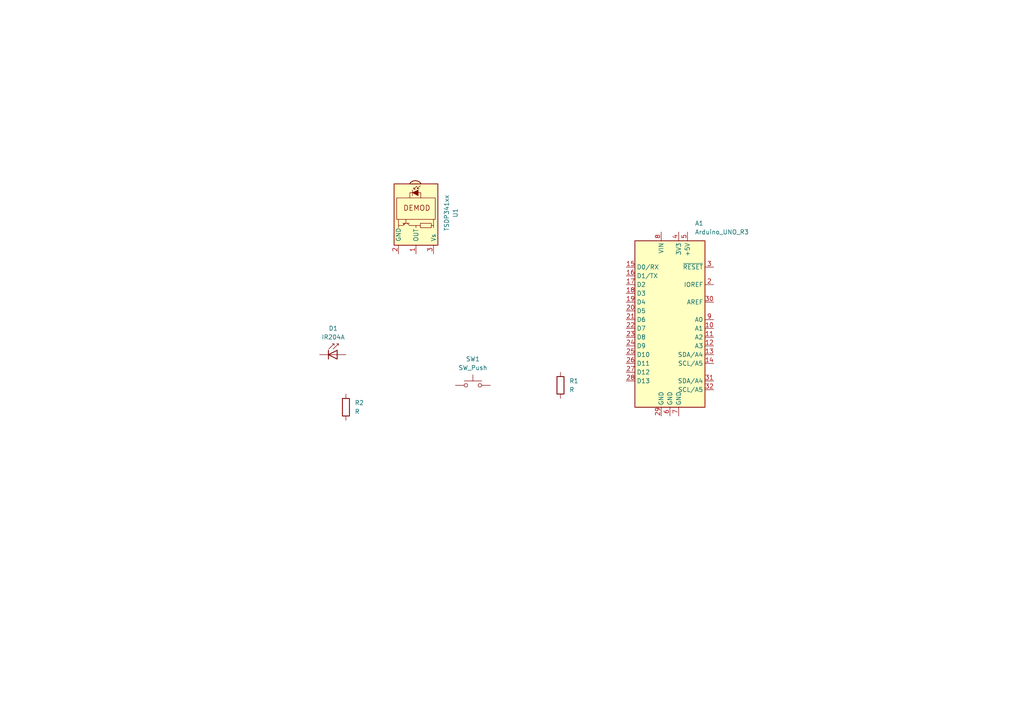
<source format=kicad_sch>
(kicad_sch (version 20250114) (generator "eeschema") (generator_version "9.0")
  (paper "A4")
  (lib_symbols
    (symbol "Device:R" (pin_numbers (hide yes)) (pin_names (offset 0))
      (property "Reference" "R" (at 2.032 0 90))
      (property "Value" "R" (at 0 0 90))
      (symbol "R_0_1"
        (rectangle (start -1.016 -2.54) (end 1.016 2.54) (stroke (width 0.254)))
      )
      (symbol "R_1_1"
        (pin passive line (at 0 3.81 270) (length 1.27) (name "~") (number "1"))
        (pin passive line (at 0 -3.81 90) (length 1.27) (name "~") (number "2"))
      )
    )
    (symbol "Interface_Optical:TSDP341xx" (pin_names (offset 1.016))
      (property "Reference" "U" (at -10.16 7.62 0))
      (property "Value" "TSDP341xx" (at -10.16 -7.62 0))
      (symbol "TSDP341xx_0_0"
        (arc (start -10.287 -1.778) (mid -11.0899 -0.1905) (end -10.287 1.397) (stroke (width 0.254)) (fill (type background)))
        (polyline (pts (xy 1.905 5.08) (xy 0.127 5.08)))
        (polyline (pts (xy 1.905 -5.08) (xy 0.127 -5.08)))
        (text "DEMOD" (at -3.175 0.254 900) (effects (font (size 1.524 1.524))))
      )
      (symbol "TSDP341xx_0_1"
        (polyline (pts (xy -8.763 0.381) (xy -9.652 1.27)))
        (polyline (pts (xy -8.763 0.381) (xy -9.271 0.381)))
        (polyline (pts (xy -8.763 0.381) (xy -8.763 0.889)))
        (polyline (pts (xy -8.636 -0.635) (xy -9.525 0.254)))
        (polyline (pts (xy -8.636 -0.635) (xy -9.144 -0.635)))
        (polyline (pts (xy -8.636 -0.635) (xy -8.636 -0.127)))
        (polyline (pts (xy -8.382 0.635) (xy -6.731 0.635) (xy -7.62 -1.016) (xy -8.382 0.635)) (fill (type outline)))
        (polyline (pts (xy -8.382 -1.016) (xy -6.731 -1.016)))
        (rectangle (start -6.096 5.588) (end 0.127 -5.588))
        (polyline (pts (xy -6.096 1.397) (xy -7.62 1.397) (xy -7.62 -1.778) (xy -6.096 -1.778)))
        (polyline (pts (xy 1.27 -1.905) (xy 1.27 -3.81)))
        (polyline (pts (xy 1.27 -2.54) (xy 1.905 -1.905) (xy 1.905 0) (xy 2.54 0)))
        (polyline (pts (xy 1.27 -2.921) (xy 0.127 -2.921)))
        (polyline (pts (xy 1.27 -3.175) (xy 1.905 -3.81) (xy 1.905 -5.08) (xy 2.54 -5.08)))
        (polyline (pts (xy 1.397 -3.556) (xy 1.524 -3.556)))
        (polyline (pts (xy 1.651 -3.556) (xy 1.524 -3.556)))
        (polyline (pts (xy 1.651 -3.556) (xy 1.651 -3.302)))
        (polyline (pts (xy 1.905 4.445) (xy 1.905 5.08) (xy 2.54 5.08)))
        (polyline (pts (xy 1.905 0) (xy 1.905 1.27)))
        (rectangle (start 2.54 1.27) (end 1.27 4.445))
        (rectangle (start 7.62 6.35) (end -10.16 -6.35) (stroke (width 0.254)) (fill (type background)))
      )
      (symbol "TSDP341xx_1_1"
        (pin power_in line (at 10.16 5.08 180) (length 2.54) (name "Vs") (number "3"))
        (pin output line (at 10.16 0 180) (length 2.54) (name "OUT") (number "1"))
        (pin power_in line (at 10.16 -5.08 180) (length 2.54) (name "GND") (number "2"))
      )
    )
    (symbol "LED:IR204A" (pin_numbers (hide yes)) (pin_names (offset 1.016) (hide yes))
      (property "Reference" "D" (at 0.508 1.778 0))
      (property "Value" "IR204A" (at -1.016 -2.794 0))
      (symbol "IR204A_0_1"
        (polyline (pts (xy -2.54 1.27) (xy -2.54 -1.27)) (stroke (width 0.254)))
        (polyline (pts (xy -2.413 1.651) (xy -0.889 3.175) (xy -0.889 2.667) (xy -0.889 3.175) (xy -1.397 3.175)))
        (polyline (pts (xy -1.143 1.651) (xy 0.381 3.175) (xy 0.381 2.667)))
        (polyline (pts (xy 0 1.27) (xy -2.54 0) (xy 0 -1.27) (xy 0 1.27)) (stroke (width 0.254)))
        (polyline (pts (xy 0 0) (xy -2.54 0)))
        (polyline (pts (xy 0.381 3.175) (xy -0.127 3.175)))
      )
      (symbol "IR204A_1_1"
        (pin passive line (at -5.08 0 0) (length 2.54) (name "K") (number "1"))
        (pin passive line (at 2.54 0 180) (length 2.54) (name "A") (number "2"))
      )
    )
    (symbol "MCU_Module:Arduino_UNO_R3"
      (property "Reference" "A" (at -10.16 23.495 0))
      (property "Value" "Arduino_UNO_R3" (at 5.08 -26.67 0))
      (symbol "Arduino_UNO_R3_0_1"
        (rectangle (start -10.16 22.86) (end 10.16 -25.4) (stroke (width 0.254)) (fill (type background)))
      )
      (symbol "Arduino_UNO_R3_1_1"
        (pin bidirectional line (at -12.7 15.24 0) (length 2.54) (name "D0/RX") (number "15"))
        (pin bidirectional line (at -12.7 12.7 0) (length 2.54) (name "D1/TX") (number "16"))
        (pin bidirectional line (at -12.7 10.16 0) (length 2.54) (name "D2") (number "17"))
        (pin bidirectional line (at -12.7 7.62 0) (length 2.54) (name "D3") (number "18"))
        (pin bidirectional line (at -12.7 5.08 0) (length 2.54) (name "D4") (number "19"))
        (pin bidirectional line (at -12.7 2.54 0) (length 2.54) (name "D5") (number "20"))
        (pin bidirectional line (at -12.7 0 0) (length 2.54) (name "D6") (number "21"))
        (pin bidirectional line (at -12.7 -2.54 0) (length 2.54) (name "D7") (number "22"))
        (pin bidirectional line (at -12.7 -5.08 0) (length 2.54) (name "D8") (number "23"))
        (pin bidirectional line (at -12.7 -7.62 0) (length 2.54) (name "D9") (number "24"))
        (pin bidirectional line (at -12.7 -10.16 0) (length 2.54) (name "D10") (number "25"))
        (pin bidirectional line (at -12.7 -12.7 0) (length 2.54) (name "D11") (number "26"))
        (pin bidirectional line (at -12.7 -15.24 0) (length 2.54) (name "D12") (number "27"))
        (pin bidirectional line (at -12.7 -17.78 0) (length 2.54) (name "D13") (number "28"))
        (pin no_connect line (at -10.16 -20.32 0) (length 2.54) (hide yes) (name "NC") (number "1"))
        (pin power_in line (at -2.54 25.4 270) (length 2.54) (name "VIN") (number "8"))
        (pin power_in line (at -2.54 -27.94 90) (length 2.54) (name "GND") (number "29"))
        (pin power_in line (at 0 -27.94 90) (length 2.54) (name "GND") (number "6"))
        (pin power_out line (at 2.54 25.4 270) (length 2.54) (name "3V3") (number "4"))
        (pin power_in line (at 2.54 -27.94 90) (length 2.54) (name "GND") (number "7"))
        (pin power_out line (at 5.08 25.4 270) (length 2.54) (name "+5V") (number "5"))
        (pin input line (at 12.7 15.24 180) (length 2.54) (name "~{RESET}") (number "3"))
        (pin output line (at 12.7 10.16 180) (length 2.54) (name "IOREF") (number "2"))
        (pin input line (at 12.7 5.08 180) (length 2.54) (name "AREF") (number "30"))
        (pin bidirectional line (at 12.7 0 180) (length 2.54) (name "A0") (number "9"))
        (pin bidirectional line (at 12.7 -2.54 180) (length 2.54) (name "A1") (number "10"))
        (pin bidirectional line (at 12.7 -5.08 180) (length 2.54) (name "A2") (number "11"))
        (pin bidirectional line (at 12.7 -7.62 180) (length 2.54) (name "A3") (number "12"))
        (pin bidirectional line (at 12.7 -10.16 180) (length 2.54) (name "SDA/A4") (number "13"))
        (pin bidirectional line (at 12.7 -12.7 180) (length 2.54) (name "SCL/A5") (number "14"))
        (pin bidirectional line (at 12.7 -17.78 180) (length 2.54) (name "SDA/A4") (number "31"))
        (pin bidirectional line (at 12.7 -20.32 180) (length 2.54) (name "SCL/A5") (number "32"))
      )
    )
    (symbol "Switch:SW_Push" (pin_numbers (hide yes)) (pin_names (offset 1.016) (hide yes))
      (property "Reference" "SW" (at 1.27 2.54 0))
      (property "Value" "SW_Push" (at 0 -1.524 0))
      (symbol "SW_Push_0_1"
        (circle (center -2.032 0) (radius 0.508))
        (polyline (pts (xy 0 1.27) (xy 0 3.048)))
        (circle (center 2.032 0) (radius 0.508))
        (polyline (pts (xy 2.54 1.27) (xy -2.54 1.27)))
        (pin passive line (at -5.08 0 0) (length 2.54) (name "1") (number "1"))
        (pin passive line (at 5.08 0 180) (length 2.54) (name "2") (number "2"))
      )
    )
  )
  (symbol (lib_id "Device:R") (at 162.56 111.76 0) (unit 1)
    (property "Reference" "R1" (at 165.1 110.4899 0) (effects (justify left)))
    (property "Value" "R" (at 165.1 113.0299 0) (effects (justify left)))
    (property "Footprint" "Resistor_THT:R_Axial_DIN0207_L6.3mm_D2.5mm_P7.62mm_Horizontal" (effects (hide yes)))
    (property "Description" "Resistor" (effects (hide yes)))
  )
  (symbol (lib_id "MCU_Module:Arduino_UNO_R3") (at 194.31 92.71 0) (unit 1)
    (property "Reference" "A1" (at 201.5333 64.77 0) (effects (justify left)))
    (property "Value" "Arduino_UNO_R3" (at 201.5333 67.31 0) (effects (justify left)))
    (property "Footprint" "Module:Arduino_UNO_R3" (effects (hide yes)))
    (property "Datasheet" "https://www.arduino.cc/en/Main/arduinoBoardUno" (effects (hide yes)))
    (property "Description" "Arduino UNO Microcontroller Module, release 3" (effects (hide yes)))
  )
  (symbol (lib_id "Interface_Optical:TSDP341xx") (at 120.65 63.5 270) (unit 1)
    (property "Reference" "U1" (at 132.08 61.765 0))
    (property "Value" "TSDP341xx" (at 129.54 61.765 0))
    (property "Footprint" "OptoDevice:Vishay_MOLD-3Pin" (effects (hide yes)))
    (property "Datasheet" "http://www.vishay.com/docs/82667/tsdp341.pdf" (effects (hide yes)))
    (property "Description" "IR Receiver Modules for Data Transmission" (effects (hide yes)))
  )
  (symbol (lib_id "Device:R") (at 100.33 118.11 0) (unit 1)
    (property "Reference" "R2" (at 102.87 116.8399 0) (effects (justify left)))
    (property "Value" "R" (at 102.87 119.3799 0) (effects (justify left)))
    (property "Footprint" "Resistor_THT:R_Axial_DIN0207_L6.3mm_D2.5mm_P10.16mm_Horizontal" (effects (hide yes)))
    (property "Description" "Resistor" (effects (hide yes)))
  )
  (symbol (lib_id "LED:IR204A") (at 97.79 102.87 0) (unit 1)
    (property "Reference" "D1" (at 96.647 95.25 0))
    (property "Value" "IR204A" (at 96.647 97.79 0))
    (property "Footprint" "LED_THT:LED_D3.0mm_IRBlack" (effects (hide yes)))
    (property "Datasheet" "http://www.everlight.com/file/ProductFile/IR204-A.pdf" (effects (hide yes)))
    (property "Description" "Infrared LED , 3mm LED package" (effects (hide yes)))
  )
  (symbol (lib_id "Switch:SW_Push") (at 137.16 111.76 0) (unit 1)
    (property "Reference" "SW1" (at 137.16 104.14 0))
    (property "Value" "SW_Push" (at 137.16 106.68 0))
    (property "Footprint" "Button_Switch_THT:SW_PUSH_6mm" (effects (hide yes)))
    (property "Description" "Push button switch, generic, two pins" (effects (hide yes)))
  )
)
</source>
